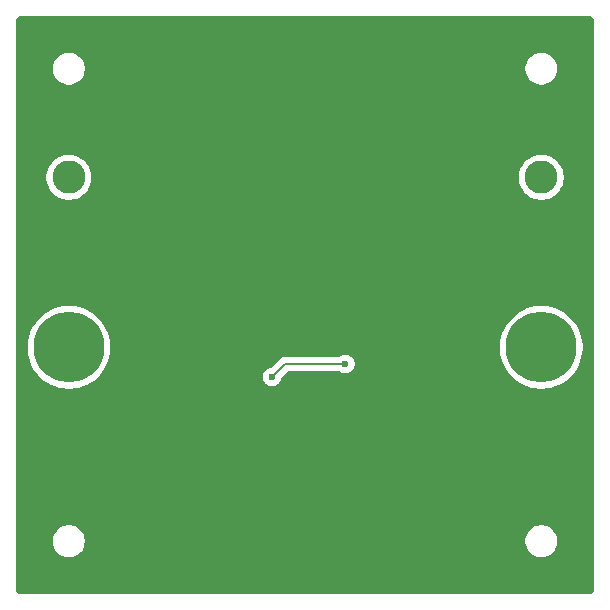
<source format=gbr>
%TF.GenerationSoftware,KiCad,Pcbnew,9.0.3*%
%TF.CreationDate,2025-09-19T13:58:25-05:00*%
%TF.ProjectId,galaxsea_26_pdb,67616c61-7873-4656-915f-32365f706462,rev?*%
%TF.SameCoordinates,Original*%
%TF.FileFunction,Copper,L2,Bot*%
%TF.FilePolarity,Positive*%
%FSLAX46Y46*%
G04 Gerber Fmt 4.6, Leading zero omitted, Abs format (unit mm)*
G04 Created by KiCad (PCBNEW 9.0.3) date 2025-09-19 13:58:25*
%MOMM*%
%LPD*%
G01*
G04 APERTURE LIST*
G04 Aperture macros list*
%AMRoundRect*
0 Rectangle with rounded corners*
0 $1 Rounding radius*
0 $2 $3 $4 $5 $6 $7 $8 $9 X,Y pos of 4 corners*
0 Add a 4 corners polygon primitive as box body*
4,1,4,$2,$3,$4,$5,$6,$7,$8,$9,$2,$3,0*
0 Add four circle primitives for the rounded corners*
1,1,$1+$1,$2,$3*
1,1,$1+$1,$4,$5*
1,1,$1+$1,$6,$7*
1,1,$1+$1,$8,$9*
0 Add four rect primitives between the rounded corners*
20,1,$1+$1,$2,$3,$4,$5,0*
20,1,$1+$1,$4,$5,$6,$7,0*
20,1,$1+$1,$6,$7,$8,$9,0*
20,1,$1+$1,$8,$9,$2,$3,0*%
G04 Aperture macros list end*
%TA.AperFunction,ComponentPad*%
%ADD10C,6.000000*%
%TD*%
%TA.AperFunction,ComponentPad*%
%ADD11RoundRect,1.500000X-1.500000X1.500000X-1.500000X-1.500000X1.500000X-1.500000X1.500000X1.500000X0*%
%TD*%
%TA.AperFunction,ComponentPad*%
%ADD12C,0.400000*%
%TD*%
%TA.AperFunction,ComponentPad*%
%ADD13C,2.800000*%
%TD*%
%TA.AperFunction,ViaPad*%
%ADD14C,0.600000*%
%TD*%
%TA.AperFunction,Conductor*%
%ADD15C,0.200000*%
%TD*%
G04 APERTURE END LIST*
D10*
%TO.P,J2,2,Pin_2*%
%TO.N,/BDC Module/BDC_VOUT*%
X170000000Y-86400000D03*
D11*
%TO.P,J2,1,Pin_1*%
%TO.N,GND*%
X170000000Y-79200000D03*
%TD*%
D10*
%TO.P,J1,2,Pin_2*%
%TO.N,/BDC Module/BDC_VIN*%
X130000000Y-86400000D03*
D11*
%TO.P,J1,1,Pin_1*%
%TO.N,GND*%
X130000000Y-79200000D03*
%TD*%
D12*
%TO.P,U1,7,GND*%
%TO.N,GND*%
X150340000Y-89400000D03*
X150340000Y-90700000D03*
X150340000Y-92000000D03*
X150340000Y-93300000D03*
X151640000Y-89400000D03*
X151640000Y-90700000D03*
X151640000Y-92000000D03*
X151640000Y-93300000D03*
%TD*%
D13*
%TO.P,TP2,1,1*%
%TO.N,/BDC Module/BDC_VOUT*%
X170000000Y-72000000D03*
%TD*%
%TO.P,TP3,1,1*%
%TO.N,GND*%
X153700000Y-62000000D03*
%TD*%
%TO.P,TP1,1,1*%
%TO.N,/BDC Module/BDC_VIN_Fuse*%
X130000000Y-72000000D03*
%TD*%
D14*
%TO.N,GND*%
X147500000Y-96500000D03*
X148500000Y-96500000D03*
X146500000Y-95500000D03*
X137920000Y-67287500D03*
X147500000Y-98500000D03*
X146500000Y-98500000D03*
X150500000Y-96500000D03*
X151500000Y-98500000D03*
X150500000Y-83000000D03*
X146500000Y-97500000D03*
X143325000Y-67162500D03*
X149500000Y-96500000D03*
X146500000Y-96500000D03*
X151500000Y-95500000D03*
X152500000Y-83000000D03*
X150500000Y-85000000D03*
X150500000Y-98500000D03*
X150500000Y-84000000D03*
X148500000Y-95500000D03*
X151500000Y-97500000D03*
X149500000Y-97500000D03*
X149500000Y-98500000D03*
X152500000Y-84000000D03*
X152500000Y-95500000D03*
X151500000Y-84000000D03*
X151500000Y-96500000D03*
X152500000Y-85000000D03*
X149500000Y-95500000D03*
X152500000Y-96500000D03*
X152500000Y-97500000D03*
X151500000Y-83000000D03*
X150500000Y-97500000D03*
X150500000Y-95500000D03*
X152500000Y-98500000D03*
X151500000Y-85000000D03*
X148500000Y-98500000D03*
X148500000Y-97500000D03*
X147500000Y-97500000D03*
X147500000Y-95500000D03*
%TO.N,/BDC Module/_BDC_BOOT*%
X147200000Y-88900000D03*
X153400000Y-87800000D03*
%TD*%
D15*
%TO.N,/BDC Module/_BDC_BOOT*%
X148300000Y-87800000D02*
X147200000Y-88900000D01*
X153400000Y-87800000D02*
X148300000Y-87800000D01*
%TD*%
%TA.AperFunction,Conductor*%
%TO.N,GND*%
G36*
X174006922Y-58301280D02*
G01*
X174097266Y-58311459D01*
X174124331Y-58317636D01*
X174203540Y-58345352D01*
X174228553Y-58357398D01*
X174299606Y-58402043D01*
X174321313Y-58419355D01*
X174380644Y-58478686D01*
X174397957Y-58500395D01*
X174442600Y-58571444D01*
X174454648Y-58596462D01*
X174482362Y-58675666D01*
X174488540Y-58702735D01*
X174498720Y-58793076D01*
X174499500Y-58806961D01*
X174499500Y-106793038D01*
X174498720Y-106806922D01*
X174498720Y-106806923D01*
X174488540Y-106897264D01*
X174482362Y-106924333D01*
X174454648Y-107003537D01*
X174442600Y-107028555D01*
X174397957Y-107099604D01*
X174380644Y-107121313D01*
X174321313Y-107180644D01*
X174299604Y-107197957D01*
X174228555Y-107242600D01*
X174203537Y-107254648D01*
X174124333Y-107282362D01*
X174097264Y-107288540D01*
X174017075Y-107297576D01*
X174006921Y-107298720D01*
X173993038Y-107299500D01*
X126006962Y-107299500D01*
X125993078Y-107298720D01*
X125980553Y-107297308D01*
X125902735Y-107288540D01*
X125875666Y-107282362D01*
X125796462Y-107254648D01*
X125771444Y-107242600D01*
X125700395Y-107197957D01*
X125678686Y-107180644D01*
X125619355Y-107121313D01*
X125602042Y-107099604D01*
X125557399Y-107028555D01*
X125545351Y-107003537D01*
X125517637Y-106924333D01*
X125511459Y-106897263D01*
X125501280Y-106806922D01*
X125500500Y-106793038D01*
X125500500Y-102693713D01*
X128649500Y-102693713D01*
X128649500Y-102906286D01*
X128682753Y-103116239D01*
X128748444Y-103318414D01*
X128844951Y-103507820D01*
X128969890Y-103679786D01*
X129120213Y-103830109D01*
X129292179Y-103955048D01*
X129292181Y-103955049D01*
X129292184Y-103955051D01*
X129481588Y-104051557D01*
X129683757Y-104117246D01*
X129893713Y-104150500D01*
X129893714Y-104150500D01*
X130106286Y-104150500D01*
X130106287Y-104150500D01*
X130316243Y-104117246D01*
X130518412Y-104051557D01*
X130707816Y-103955051D01*
X130729789Y-103939086D01*
X130879786Y-103830109D01*
X130879788Y-103830106D01*
X130879792Y-103830104D01*
X131030104Y-103679792D01*
X131030106Y-103679788D01*
X131030109Y-103679786D01*
X131155048Y-103507820D01*
X131155047Y-103507820D01*
X131155051Y-103507816D01*
X131251557Y-103318412D01*
X131317246Y-103116243D01*
X131350500Y-102906287D01*
X131350500Y-102693713D01*
X168649500Y-102693713D01*
X168649500Y-102906286D01*
X168682753Y-103116239D01*
X168748444Y-103318414D01*
X168844951Y-103507820D01*
X168969890Y-103679786D01*
X169120213Y-103830109D01*
X169292179Y-103955048D01*
X169292181Y-103955049D01*
X169292184Y-103955051D01*
X169481588Y-104051557D01*
X169683757Y-104117246D01*
X169893713Y-104150500D01*
X169893714Y-104150500D01*
X170106286Y-104150500D01*
X170106287Y-104150500D01*
X170316243Y-104117246D01*
X170518412Y-104051557D01*
X170707816Y-103955051D01*
X170729789Y-103939086D01*
X170879786Y-103830109D01*
X170879788Y-103830106D01*
X170879792Y-103830104D01*
X171030104Y-103679792D01*
X171030106Y-103679788D01*
X171030109Y-103679786D01*
X171155048Y-103507820D01*
X171155047Y-103507820D01*
X171155051Y-103507816D01*
X171251557Y-103318412D01*
X171317246Y-103116243D01*
X171350500Y-102906287D01*
X171350500Y-102693713D01*
X171317246Y-102483757D01*
X171251557Y-102281588D01*
X171155051Y-102092184D01*
X171155049Y-102092181D01*
X171155048Y-102092179D01*
X171030109Y-101920213D01*
X170879786Y-101769890D01*
X170707820Y-101644951D01*
X170518414Y-101548444D01*
X170518413Y-101548443D01*
X170518412Y-101548443D01*
X170316243Y-101482754D01*
X170316241Y-101482753D01*
X170316240Y-101482753D01*
X170154957Y-101457208D01*
X170106287Y-101449500D01*
X169893713Y-101449500D01*
X169845042Y-101457208D01*
X169683760Y-101482753D01*
X169481585Y-101548444D01*
X169292179Y-101644951D01*
X169120213Y-101769890D01*
X168969890Y-101920213D01*
X168844951Y-102092179D01*
X168748444Y-102281585D01*
X168682753Y-102483760D01*
X168649500Y-102693713D01*
X131350500Y-102693713D01*
X131317246Y-102483757D01*
X131251557Y-102281588D01*
X131155051Y-102092184D01*
X131155049Y-102092181D01*
X131155048Y-102092179D01*
X131030109Y-101920213D01*
X130879786Y-101769890D01*
X130707820Y-101644951D01*
X130518414Y-101548444D01*
X130518413Y-101548443D01*
X130518412Y-101548443D01*
X130316243Y-101482754D01*
X130316241Y-101482753D01*
X130316240Y-101482753D01*
X130154957Y-101457208D01*
X130106287Y-101449500D01*
X129893713Y-101449500D01*
X129845042Y-101457208D01*
X129683760Y-101482753D01*
X129481585Y-101548444D01*
X129292179Y-101644951D01*
X129120213Y-101769890D01*
X128969890Y-101920213D01*
X128844951Y-102092179D01*
X128748444Y-102281585D01*
X128682753Y-102483760D01*
X128649500Y-102693713D01*
X125500500Y-102693713D01*
X125500500Y-86228034D01*
X126499500Y-86228034D01*
X126499500Y-86571965D01*
X126533210Y-86914249D01*
X126600308Y-87251572D01*
X126700150Y-87580706D01*
X126831770Y-87898464D01*
X126831772Y-87898469D01*
X126993893Y-88201775D01*
X126993904Y-88201793D01*
X127184975Y-88487751D01*
X127184985Y-88487765D01*
X127403176Y-88753632D01*
X127646367Y-88996823D01*
X127646372Y-88996827D01*
X127646373Y-88996828D01*
X127912240Y-89215019D01*
X128198213Y-89406100D01*
X128198222Y-89406105D01*
X128198224Y-89406106D01*
X128501530Y-89568227D01*
X128501532Y-89568227D01*
X128501538Y-89568231D01*
X128819295Y-89699850D01*
X129148422Y-89799690D01*
X129485750Y-89866789D01*
X129828031Y-89900500D01*
X129828034Y-89900500D01*
X130171966Y-89900500D01*
X130171969Y-89900500D01*
X130514250Y-89866789D01*
X130851578Y-89799690D01*
X131180705Y-89699850D01*
X131498462Y-89568231D01*
X131801787Y-89406100D01*
X132087760Y-89215019D01*
X132353627Y-88996828D01*
X132529302Y-88821153D01*
X146399500Y-88821153D01*
X146399500Y-88978846D01*
X146430261Y-89133489D01*
X146430264Y-89133501D01*
X146490602Y-89279172D01*
X146490609Y-89279185D01*
X146578210Y-89410288D01*
X146578213Y-89410292D01*
X146689707Y-89521786D01*
X146689711Y-89521789D01*
X146820814Y-89609390D01*
X146820827Y-89609397D01*
X146966498Y-89669735D01*
X146966503Y-89669737D01*
X147117885Y-89699849D01*
X147121153Y-89700499D01*
X147121156Y-89700500D01*
X147121158Y-89700500D01*
X147278844Y-89700500D01*
X147278845Y-89700499D01*
X147433497Y-89669737D01*
X147579179Y-89609394D01*
X147710289Y-89521789D01*
X147821789Y-89410289D01*
X147909394Y-89279179D01*
X147969737Y-89133497D01*
X147989113Y-89036085D01*
X148000638Y-88978150D01*
X148033023Y-88916239D01*
X148034518Y-88914716D01*
X148512416Y-88436819D01*
X148573739Y-88403334D01*
X148600097Y-88400500D01*
X152820234Y-88400500D01*
X152887273Y-88420185D01*
X152889125Y-88421398D01*
X153020814Y-88509390D01*
X153020827Y-88509397D01*
X153166498Y-88569735D01*
X153166503Y-88569737D01*
X153321153Y-88600499D01*
X153321156Y-88600500D01*
X153321158Y-88600500D01*
X153478844Y-88600500D01*
X153478845Y-88600499D01*
X153633497Y-88569737D01*
X153751592Y-88520821D01*
X153779172Y-88509397D01*
X153779172Y-88509396D01*
X153779179Y-88509394D01*
X153910289Y-88421789D01*
X154021789Y-88310289D01*
X154109394Y-88179179D01*
X154169737Y-88033497D01*
X154200500Y-87878842D01*
X154200500Y-87721158D01*
X154200500Y-87721155D01*
X154200499Y-87721153D01*
X154169738Y-87566510D01*
X154169737Y-87566503D01*
X154113728Y-87431284D01*
X154109397Y-87420827D01*
X154109390Y-87420814D01*
X154021789Y-87289711D01*
X154021786Y-87289707D01*
X153910292Y-87178213D01*
X153910288Y-87178210D01*
X153779185Y-87090609D01*
X153779172Y-87090602D01*
X153633501Y-87030264D01*
X153633489Y-87030261D01*
X153478845Y-86999500D01*
X153478842Y-86999500D01*
X153321158Y-86999500D01*
X153321155Y-86999500D01*
X153166510Y-87030261D01*
X153166498Y-87030264D01*
X153020827Y-87090602D01*
X153020814Y-87090609D01*
X152889125Y-87178602D01*
X152822447Y-87199480D01*
X152820234Y-87199500D01*
X148386669Y-87199500D01*
X148386653Y-87199499D01*
X148379057Y-87199499D01*
X148220943Y-87199499D01*
X148113587Y-87228265D01*
X148068210Y-87240424D01*
X148068209Y-87240425D01*
X148018096Y-87269359D01*
X148018095Y-87269360D01*
X147982853Y-87289707D01*
X147931285Y-87319479D01*
X147931282Y-87319481D01*
X147185339Y-88065425D01*
X147124016Y-88098910D01*
X147121850Y-88099361D01*
X146966508Y-88130261D01*
X146966498Y-88130264D01*
X146820827Y-88190602D01*
X146820814Y-88190609D01*
X146689711Y-88278210D01*
X146689707Y-88278213D01*
X146578213Y-88389707D01*
X146578210Y-88389711D01*
X146490609Y-88520814D01*
X146490602Y-88520827D01*
X146430264Y-88666498D01*
X146430261Y-88666510D01*
X146399500Y-88821153D01*
X132529302Y-88821153D01*
X132596828Y-88753627D01*
X132815019Y-88487760D01*
X133006100Y-88201787D01*
X133168231Y-87898462D01*
X133299850Y-87580705D01*
X133399690Y-87251578D01*
X133466789Y-86914250D01*
X133500500Y-86571969D01*
X133500500Y-86228034D01*
X166499500Y-86228034D01*
X166499500Y-86571965D01*
X166533210Y-86914249D01*
X166600308Y-87251572D01*
X166700150Y-87580706D01*
X166831770Y-87898464D01*
X166831772Y-87898469D01*
X166993893Y-88201775D01*
X166993904Y-88201793D01*
X167184975Y-88487751D01*
X167184985Y-88487765D01*
X167403176Y-88753632D01*
X167646367Y-88996823D01*
X167646372Y-88996827D01*
X167646373Y-88996828D01*
X167912240Y-89215019D01*
X168198213Y-89406100D01*
X168198222Y-89406105D01*
X168198224Y-89406106D01*
X168501530Y-89568227D01*
X168501532Y-89568227D01*
X168501538Y-89568231D01*
X168819295Y-89699850D01*
X169148422Y-89799690D01*
X169485750Y-89866789D01*
X169828031Y-89900500D01*
X169828034Y-89900500D01*
X170171966Y-89900500D01*
X170171969Y-89900500D01*
X170514250Y-89866789D01*
X170851578Y-89799690D01*
X171180705Y-89699850D01*
X171498462Y-89568231D01*
X171801787Y-89406100D01*
X172087760Y-89215019D01*
X172353627Y-88996828D01*
X172596828Y-88753627D01*
X172815019Y-88487760D01*
X173006100Y-88201787D01*
X173168231Y-87898462D01*
X173299850Y-87580705D01*
X173399690Y-87251578D01*
X173466789Y-86914250D01*
X173500500Y-86571969D01*
X173500500Y-86228031D01*
X173466789Y-85885750D01*
X173399690Y-85548422D01*
X173299850Y-85219295D01*
X173168231Y-84901538D01*
X173006100Y-84598213D01*
X172815019Y-84312240D01*
X172596828Y-84046373D01*
X172596827Y-84046372D01*
X172596823Y-84046367D01*
X172353632Y-83803176D01*
X172087765Y-83584985D01*
X172087764Y-83584984D01*
X172087760Y-83584981D01*
X171801787Y-83393900D01*
X171801782Y-83393897D01*
X171801775Y-83393893D01*
X171498469Y-83231772D01*
X171498464Y-83231770D01*
X171180706Y-83100150D01*
X170851572Y-83000308D01*
X170514248Y-82933210D01*
X170514249Y-82933210D01*
X170256456Y-82907821D01*
X170171969Y-82899500D01*
X169828031Y-82899500D01*
X169749966Y-82907188D01*
X169485750Y-82933210D01*
X169148427Y-83000308D01*
X168819293Y-83100150D01*
X168501535Y-83231770D01*
X168501530Y-83231772D01*
X168198224Y-83393893D01*
X168198206Y-83393904D01*
X167912248Y-83584975D01*
X167912234Y-83584985D01*
X167646367Y-83803176D01*
X167403176Y-84046367D01*
X167184985Y-84312234D01*
X167184975Y-84312248D01*
X166993904Y-84598206D01*
X166993893Y-84598224D01*
X166831772Y-84901530D01*
X166831770Y-84901535D01*
X166700150Y-85219293D01*
X166600308Y-85548427D01*
X166533210Y-85885750D01*
X166499500Y-86228034D01*
X133500500Y-86228034D01*
X133500500Y-86228031D01*
X133466789Y-85885750D01*
X133399690Y-85548422D01*
X133299850Y-85219295D01*
X133168231Y-84901538D01*
X133006100Y-84598213D01*
X132815019Y-84312240D01*
X132596828Y-84046373D01*
X132596827Y-84046372D01*
X132596823Y-84046367D01*
X132353632Y-83803176D01*
X132087765Y-83584985D01*
X132087764Y-83584984D01*
X132087760Y-83584981D01*
X131801787Y-83393900D01*
X131801782Y-83393897D01*
X131801775Y-83393893D01*
X131498469Y-83231772D01*
X131498464Y-83231770D01*
X131180706Y-83100150D01*
X130851572Y-83000308D01*
X130514248Y-82933210D01*
X130514249Y-82933210D01*
X130256456Y-82907821D01*
X130171969Y-82899500D01*
X129828031Y-82899500D01*
X129749966Y-82907188D01*
X129485750Y-82933210D01*
X129148427Y-83000308D01*
X128819293Y-83100150D01*
X128501535Y-83231770D01*
X128501530Y-83231772D01*
X128198224Y-83393893D01*
X128198206Y-83393904D01*
X127912248Y-83584975D01*
X127912234Y-83584985D01*
X127646367Y-83803176D01*
X127403176Y-84046367D01*
X127184985Y-84312234D01*
X127184975Y-84312248D01*
X126993904Y-84598206D01*
X126993893Y-84598224D01*
X126831772Y-84901530D01*
X126831770Y-84901535D01*
X126700150Y-85219293D01*
X126600308Y-85548427D01*
X126533210Y-85885750D01*
X126499500Y-86228034D01*
X125500500Y-86228034D01*
X125500500Y-71875441D01*
X128099500Y-71875441D01*
X128099500Y-72124558D01*
X128099501Y-72124575D01*
X128132017Y-72371561D01*
X128196498Y-72612207D01*
X128291830Y-72842361D01*
X128291837Y-72842376D01*
X128416400Y-73058126D01*
X128568060Y-73255774D01*
X128568066Y-73255781D01*
X128744218Y-73431933D01*
X128744225Y-73431939D01*
X128941873Y-73583599D01*
X129157623Y-73708162D01*
X129157638Y-73708169D01*
X129256825Y-73749253D01*
X129387793Y-73803502D01*
X129628435Y-73867982D01*
X129875435Y-73900500D01*
X129875442Y-73900500D01*
X130124558Y-73900500D01*
X130124565Y-73900500D01*
X130371565Y-73867982D01*
X130612207Y-73803502D01*
X130842373Y-73708164D01*
X131058127Y-73583599D01*
X131255776Y-73431938D01*
X131431938Y-73255776D01*
X131583599Y-73058127D01*
X131708164Y-72842373D01*
X131803502Y-72612207D01*
X131867982Y-72371565D01*
X131900500Y-72124565D01*
X131900500Y-71875441D01*
X168099500Y-71875441D01*
X168099500Y-72124558D01*
X168099501Y-72124575D01*
X168132017Y-72371561D01*
X168196498Y-72612207D01*
X168291830Y-72842361D01*
X168291837Y-72842376D01*
X168416400Y-73058126D01*
X168568060Y-73255774D01*
X168568066Y-73255781D01*
X168744218Y-73431933D01*
X168744225Y-73431939D01*
X168941873Y-73583599D01*
X169157623Y-73708162D01*
X169157638Y-73708169D01*
X169256825Y-73749253D01*
X169387793Y-73803502D01*
X169628435Y-73867982D01*
X169875435Y-73900500D01*
X169875442Y-73900500D01*
X170124558Y-73900500D01*
X170124565Y-73900500D01*
X170371565Y-73867982D01*
X170612207Y-73803502D01*
X170842373Y-73708164D01*
X171058127Y-73583599D01*
X171255776Y-73431938D01*
X171431938Y-73255776D01*
X171583599Y-73058127D01*
X171708164Y-72842373D01*
X171803502Y-72612207D01*
X171867982Y-72371565D01*
X171900500Y-72124565D01*
X171900500Y-71875435D01*
X171867982Y-71628435D01*
X171803502Y-71387793D01*
X171708164Y-71157627D01*
X171583599Y-70941873D01*
X171431938Y-70744224D01*
X171431933Y-70744218D01*
X171255781Y-70568066D01*
X171255774Y-70568060D01*
X171058126Y-70416400D01*
X170842376Y-70291837D01*
X170842361Y-70291830D01*
X170612207Y-70196498D01*
X170371561Y-70132017D01*
X170124575Y-70099501D01*
X170124570Y-70099500D01*
X170124565Y-70099500D01*
X169875435Y-70099500D01*
X169875429Y-70099500D01*
X169875424Y-70099501D01*
X169628438Y-70132017D01*
X169387792Y-70196498D01*
X169157638Y-70291830D01*
X169157623Y-70291837D01*
X168941873Y-70416400D01*
X168744225Y-70568060D01*
X168744218Y-70568066D01*
X168568066Y-70744218D01*
X168568060Y-70744225D01*
X168416400Y-70941873D01*
X168291837Y-71157623D01*
X168291830Y-71157638D01*
X168196498Y-71387792D01*
X168132017Y-71628438D01*
X168099501Y-71875424D01*
X168099500Y-71875441D01*
X131900500Y-71875441D01*
X131900500Y-71875435D01*
X131867982Y-71628435D01*
X131803502Y-71387793D01*
X131708164Y-71157627D01*
X131583599Y-70941873D01*
X131431938Y-70744224D01*
X131431933Y-70744218D01*
X131255781Y-70568066D01*
X131255774Y-70568060D01*
X131058126Y-70416400D01*
X130842376Y-70291837D01*
X130842361Y-70291830D01*
X130612207Y-70196498D01*
X130371561Y-70132017D01*
X130124575Y-70099501D01*
X130124570Y-70099500D01*
X130124565Y-70099500D01*
X129875435Y-70099500D01*
X129875429Y-70099500D01*
X129875424Y-70099501D01*
X129628438Y-70132017D01*
X129387792Y-70196498D01*
X129157638Y-70291830D01*
X129157623Y-70291837D01*
X128941873Y-70416400D01*
X128744225Y-70568060D01*
X128744218Y-70568066D01*
X128568066Y-70744218D01*
X128568060Y-70744225D01*
X128416400Y-70941873D01*
X128291837Y-71157623D01*
X128291830Y-71157638D01*
X128196498Y-71387792D01*
X128132017Y-71628438D01*
X128099501Y-71875424D01*
X128099500Y-71875441D01*
X125500500Y-71875441D01*
X125500500Y-62693713D01*
X128649500Y-62693713D01*
X128649500Y-62906286D01*
X128682753Y-63116239D01*
X128748444Y-63318414D01*
X128844951Y-63507820D01*
X128969890Y-63679786D01*
X129120213Y-63830109D01*
X129292179Y-63955048D01*
X129292181Y-63955049D01*
X129292184Y-63955051D01*
X129481588Y-64051557D01*
X129683757Y-64117246D01*
X129893713Y-64150500D01*
X129893714Y-64150500D01*
X130106286Y-64150500D01*
X130106287Y-64150500D01*
X130316243Y-64117246D01*
X130518412Y-64051557D01*
X130707816Y-63955051D01*
X130729789Y-63939086D01*
X130879786Y-63830109D01*
X130879788Y-63830106D01*
X130879792Y-63830104D01*
X131030104Y-63679792D01*
X131030106Y-63679788D01*
X131030109Y-63679786D01*
X131155048Y-63507820D01*
X131155047Y-63507820D01*
X131155051Y-63507816D01*
X131251557Y-63318412D01*
X131317246Y-63116243D01*
X131350500Y-62906287D01*
X131350500Y-62693713D01*
X168649500Y-62693713D01*
X168649500Y-62906286D01*
X168682753Y-63116239D01*
X168748444Y-63318414D01*
X168844951Y-63507820D01*
X168969890Y-63679786D01*
X169120213Y-63830109D01*
X169292179Y-63955048D01*
X169292181Y-63955049D01*
X169292184Y-63955051D01*
X169481588Y-64051557D01*
X169683757Y-64117246D01*
X169893713Y-64150500D01*
X169893714Y-64150500D01*
X170106286Y-64150500D01*
X170106287Y-64150500D01*
X170316243Y-64117246D01*
X170518412Y-64051557D01*
X170707816Y-63955051D01*
X170729789Y-63939086D01*
X170879786Y-63830109D01*
X170879788Y-63830106D01*
X170879792Y-63830104D01*
X171030104Y-63679792D01*
X171030106Y-63679788D01*
X171030109Y-63679786D01*
X171155048Y-63507820D01*
X171155047Y-63507820D01*
X171155051Y-63507816D01*
X171251557Y-63318412D01*
X171317246Y-63116243D01*
X171350500Y-62906287D01*
X171350500Y-62693713D01*
X171317246Y-62483757D01*
X171251557Y-62281588D01*
X171155051Y-62092184D01*
X171155049Y-62092181D01*
X171155048Y-62092179D01*
X171030109Y-61920213D01*
X170879786Y-61769890D01*
X170707820Y-61644951D01*
X170518414Y-61548444D01*
X170518413Y-61548443D01*
X170518412Y-61548443D01*
X170316243Y-61482754D01*
X170316241Y-61482753D01*
X170316240Y-61482753D01*
X170154957Y-61457208D01*
X170106287Y-61449500D01*
X169893713Y-61449500D01*
X169845042Y-61457208D01*
X169683760Y-61482753D01*
X169481585Y-61548444D01*
X169292179Y-61644951D01*
X169120213Y-61769890D01*
X168969890Y-61920213D01*
X168844951Y-62092179D01*
X168748444Y-62281585D01*
X168682753Y-62483760D01*
X168649500Y-62693713D01*
X131350500Y-62693713D01*
X131317246Y-62483757D01*
X131251557Y-62281588D01*
X131155051Y-62092184D01*
X131155049Y-62092181D01*
X131155048Y-62092179D01*
X131030109Y-61920213D01*
X130879786Y-61769890D01*
X130707820Y-61644951D01*
X130518414Y-61548444D01*
X130518413Y-61548443D01*
X130518412Y-61548443D01*
X130316243Y-61482754D01*
X130316241Y-61482753D01*
X130316240Y-61482753D01*
X130154957Y-61457208D01*
X130106287Y-61449500D01*
X129893713Y-61449500D01*
X129845042Y-61457208D01*
X129683760Y-61482753D01*
X129481585Y-61548444D01*
X129292179Y-61644951D01*
X129120213Y-61769890D01*
X128969890Y-61920213D01*
X128844951Y-62092179D01*
X128748444Y-62281585D01*
X128682753Y-62483760D01*
X128649500Y-62693713D01*
X125500500Y-62693713D01*
X125500500Y-58806961D01*
X125501280Y-58793077D01*
X125501280Y-58793076D01*
X125511460Y-58702729D01*
X125517635Y-58675670D01*
X125545353Y-58596456D01*
X125557396Y-58571450D01*
X125602046Y-58500389D01*
X125619351Y-58478690D01*
X125678690Y-58419351D01*
X125700389Y-58402046D01*
X125771450Y-58357396D01*
X125796456Y-58345353D01*
X125875670Y-58317635D01*
X125902733Y-58311459D01*
X125965419Y-58304396D01*
X125993079Y-58301280D01*
X126006962Y-58300500D01*
X126065892Y-58300500D01*
X173934108Y-58300500D01*
X173993038Y-58300500D01*
X174006922Y-58301280D01*
G37*
%TD.AperFunction*%
%TD*%
M02*

</source>
